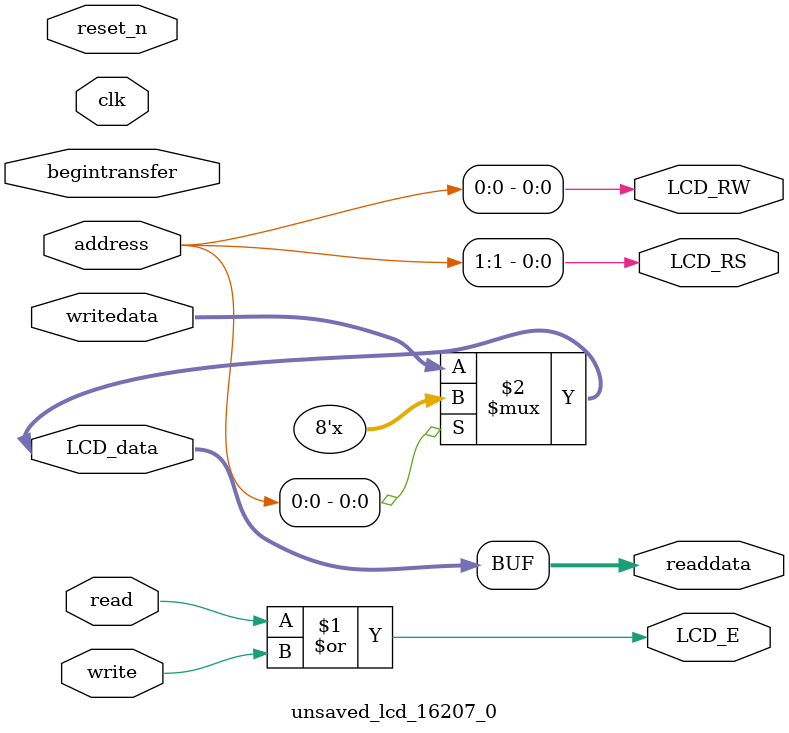
<source format=v>

`timescale 1ns / 1ps
// synthesis translate_on

// turn off superfluous verilog processor warnings 
// altera message_level Level1 
// altera message_off 10034 10035 10036 10037 10230 10240 10030 

module unsaved_lcd_16207_0 (
                             // inputs:
                              address,
                              begintransfer,
                              clk,
                              read,
                              reset_n,
                              write,
                              writedata,

                             // outputs:
                              LCD_E,
                              LCD_RS,
                              LCD_RW,
                              LCD_data,
                              readdata
                           )
;

  output           LCD_E;
  output           LCD_RS;
  output           LCD_RW;
  inout   [  7: 0] LCD_data;
  output  [  7: 0] readdata;
  input   [  1: 0] address;
  input            begintransfer;
  input            clk;
  input            read;
  input            reset_n;
  input            write;
  input   [  7: 0] writedata;


wire             LCD_E;
wire             LCD_RS;
wire             LCD_RW;
wire    [  7: 0] LCD_data;
wire    [  7: 0] readdata;
  assign LCD_RW = address[0];
  assign LCD_RS = address[1];
  assign LCD_E = read | write;
  assign LCD_data = (address[0]) ? {8{1'bz}} : writedata;
  assign readdata = LCD_data;
  //control_slave, which is an e_avalon_slave

endmodule


</source>
